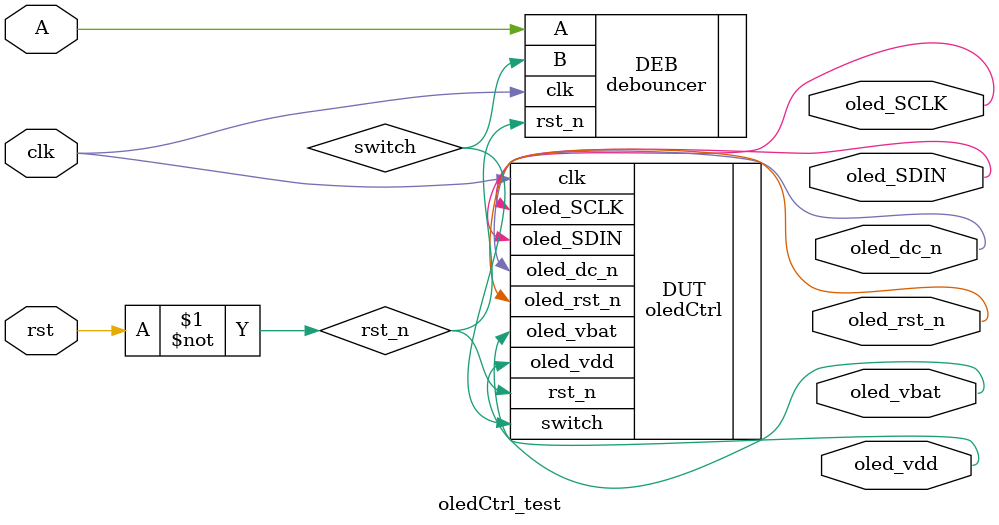
<source format=v>
`timescale 1ns / 1ps


module oledCtrl_test(
    input clk,
    input rst,
    input A,
    output oled_SCLK,
    output oled_SDIN,
    output oled_vdd,
    output oled_vbat,
    output oled_rst_n,
    output oled_dc_n
    );
    wire rst_n;
    assign rst_n = ~rst;
    
    debouncer DEB(
    .clk(clk),
    .A(A),
    .rst_n(rst_n),
    .B(switch)
    );
    
    oledCtrl DUT(
    .clk(clk),
    .rst_n(rst_n),
    .switch(switch),
    .oled_SCLK(oled_SCLK),
    .oled_SDIN(oled_SDIN),
    .oled_vdd(oled_vdd),
    .oled_vbat(oled_vbat),
    .oled_rst_n(oled_rst_n),
    .oled_dc_n(oled_dc_n)
    );
endmodule

</source>
